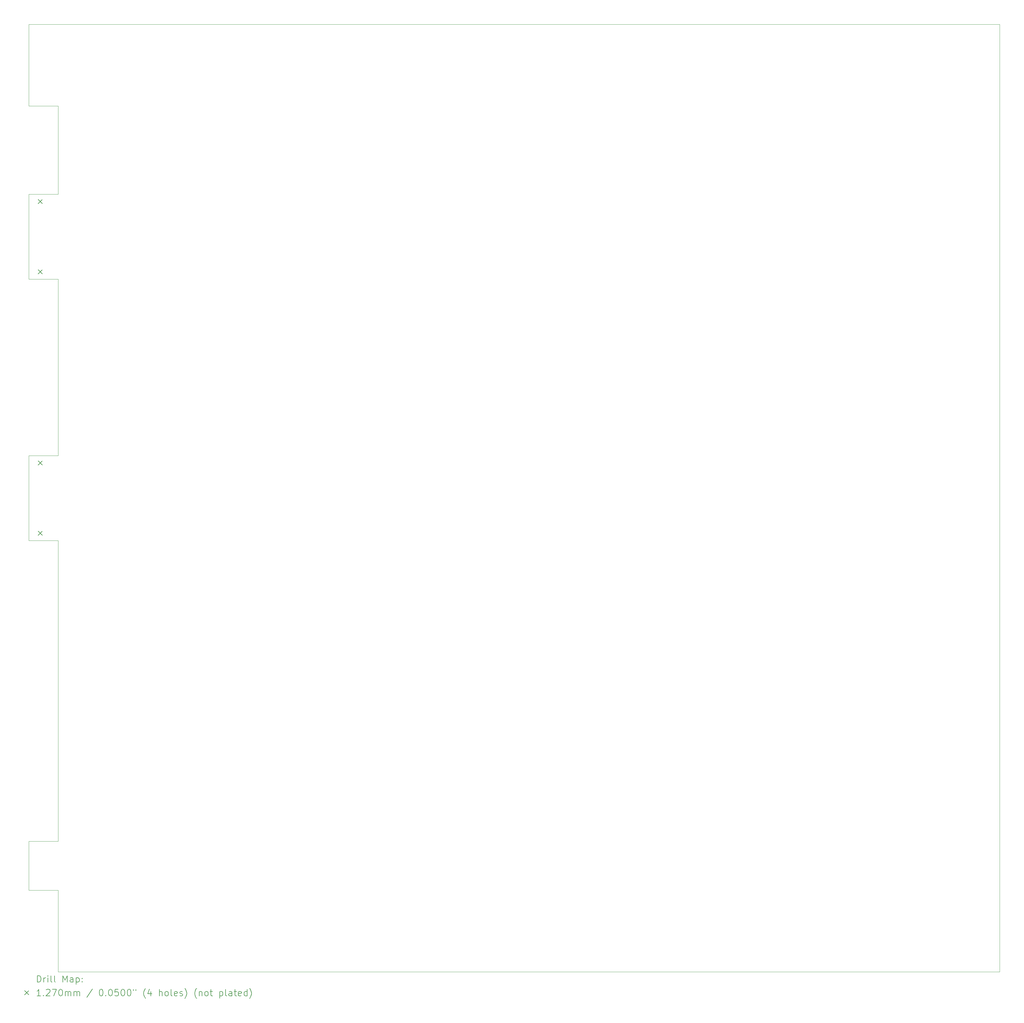
<source format=gbr>
%TF.GenerationSoftware,KiCad,Pcbnew,8.0.2-1*%
%TF.CreationDate,2025-03-11T19:07:21-04:00*%
%TF.ProjectId,OddLayers_1.3mm_SiPM,4f64644c-6179-4657-9273-5f312e336d6d,rev?*%
%TF.SameCoordinates,Original*%
%TF.FileFunction,Drillmap*%
%TF.FilePolarity,Positive*%
%FSLAX45Y45*%
G04 Gerber Fmt 4.5, Leading zero omitted, Abs format (unit mm)*
G04 Created by KiCad (PCBNEW 8.0.2-1) date 2025-03-11 19:07:21*
%MOMM*%
%LPD*%
G01*
G04 APERTURE LIST*
%ADD10C,0.050000*%
%ADD11C,0.200000*%
%ADD12C,0.127000*%
G04 APERTURE END LIST*
D10*
X6400000Y-11300000D02*
X5500000Y-11300000D01*
X5500000Y-8700000D02*
X5500000Y-11300000D01*
X5500000Y-28500000D02*
X6400000Y-28500000D01*
X6400000Y-32500000D02*
X6400000Y-30000000D01*
X6400000Y-28500000D02*
X6400000Y-19300000D01*
X5500000Y-30000000D02*
X5500000Y-28500000D01*
X6400000Y-8700000D02*
X6400000Y-6000000D01*
X5500000Y-16700000D02*
X6400000Y-16700000D01*
X5500000Y-6000000D02*
X6400000Y-6000000D01*
X5500000Y-3500000D02*
X35200000Y-3500000D01*
X5500000Y-19300000D02*
X5500000Y-16700000D01*
X6400000Y-19300000D02*
X5500000Y-19300000D01*
X5500000Y-8700000D02*
X6400000Y-8700000D01*
X5500000Y-3500000D02*
X5500000Y-6000000D01*
X35200000Y-3500000D02*
X35200000Y-32500000D01*
X6400000Y-16700000D02*
X6400000Y-11300000D01*
X35200000Y-32500000D02*
X6400000Y-32500000D01*
X6400000Y-30000000D02*
X5500000Y-30000000D01*
D11*
D12*
X5786500Y-8862000D02*
X5913500Y-8989000D01*
X5913500Y-8862000D02*
X5786500Y-8989000D01*
X5786500Y-11011000D02*
X5913500Y-11138000D01*
X5913500Y-11011000D02*
X5786500Y-11138000D01*
X5786500Y-16862000D02*
X5913500Y-16989000D01*
X5913500Y-16862000D02*
X5786500Y-16989000D01*
X5786500Y-19011000D02*
X5913500Y-19138000D01*
X5913500Y-19011000D02*
X5786500Y-19138000D01*
D11*
X5758277Y-32813984D02*
X5758277Y-32613984D01*
X5758277Y-32613984D02*
X5805896Y-32613984D01*
X5805896Y-32613984D02*
X5834467Y-32623508D01*
X5834467Y-32623508D02*
X5853515Y-32642555D01*
X5853515Y-32642555D02*
X5863039Y-32661603D01*
X5863039Y-32661603D02*
X5872562Y-32699698D01*
X5872562Y-32699698D02*
X5872562Y-32728269D01*
X5872562Y-32728269D02*
X5863039Y-32766365D01*
X5863039Y-32766365D02*
X5853515Y-32785412D01*
X5853515Y-32785412D02*
X5834467Y-32804460D01*
X5834467Y-32804460D02*
X5805896Y-32813984D01*
X5805896Y-32813984D02*
X5758277Y-32813984D01*
X5958277Y-32813984D02*
X5958277Y-32680650D01*
X5958277Y-32718746D02*
X5967801Y-32699698D01*
X5967801Y-32699698D02*
X5977324Y-32690174D01*
X5977324Y-32690174D02*
X5996372Y-32680650D01*
X5996372Y-32680650D02*
X6015420Y-32680650D01*
X6082086Y-32813984D02*
X6082086Y-32680650D01*
X6082086Y-32613984D02*
X6072562Y-32623508D01*
X6072562Y-32623508D02*
X6082086Y-32633031D01*
X6082086Y-32633031D02*
X6091610Y-32623508D01*
X6091610Y-32623508D02*
X6082086Y-32613984D01*
X6082086Y-32613984D02*
X6082086Y-32633031D01*
X6205896Y-32813984D02*
X6186848Y-32804460D01*
X6186848Y-32804460D02*
X6177324Y-32785412D01*
X6177324Y-32785412D02*
X6177324Y-32613984D01*
X6310658Y-32813984D02*
X6291610Y-32804460D01*
X6291610Y-32804460D02*
X6282086Y-32785412D01*
X6282086Y-32785412D02*
X6282086Y-32613984D01*
X6539229Y-32813984D02*
X6539229Y-32613984D01*
X6539229Y-32613984D02*
X6605896Y-32756841D01*
X6605896Y-32756841D02*
X6672562Y-32613984D01*
X6672562Y-32613984D02*
X6672562Y-32813984D01*
X6853515Y-32813984D02*
X6853515Y-32709222D01*
X6853515Y-32709222D02*
X6843991Y-32690174D01*
X6843991Y-32690174D02*
X6824943Y-32680650D01*
X6824943Y-32680650D02*
X6786848Y-32680650D01*
X6786848Y-32680650D02*
X6767801Y-32690174D01*
X6853515Y-32804460D02*
X6834467Y-32813984D01*
X6834467Y-32813984D02*
X6786848Y-32813984D01*
X6786848Y-32813984D02*
X6767801Y-32804460D01*
X6767801Y-32804460D02*
X6758277Y-32785412D01*
X6758277Y-32785412D02*
X6758277Y-32766365D01*
X6758277Y-32766365D02*
X6767801Y-32747317D01*
X6767801Y-32747317D02*
X6786848Y-32737793D01*
X6786848Y-32737793D02*
X6834467Y-32737793D01*
X6834467Y-32737793D02*
X6853515Y-32728269D01*
X6948753Y-32680650D02*
X6948753Y-32880650D01*
X6948753Y-32690174D02*
X6967801Y-32680650D01*
X6967801Y-32680650D02*
X7005896Y-32680650D01*
X7005896Y-32680650D02*
X7024943Y-32690174D01*
X7024943Y-32690174D02*
X7034467Y-32699698D01*
X7034467Y-32699698D02*
X7043991Y-32718746D01*
X7043991Y-32718746D02*
X7043991Y-32775888D01*
X7043991Y-32775888D02*
X7034467Y-32794936D01*
X7034467Y-32794936D02*
X7024943Y-32804460D01*
X7024943Y-32804460D02*
X7005896Y-32813984D01*
X7005896Y-32813984D02*
X6967801Y-32813984D01*
X6967801Y-32813984D02*
X6948753Y-32804460D01*
X7129705Y-32794936D02*
X7139229Y-32804460D01*
X7139229Y-32804460D02*
X7129705Y-32813984D01*
X7129705Y-32813984D02*
X7120182Y-32804460D01*
X7120182Y-32804460D02*
X7129705Y-32794936D01*
X7129705Y-32794936D02*
X7129705Y-32813984D01*
X7129705Y-32690174D02*
X7139229Y-32699698D01*
X7139229Y-32699698D02*
X7129705Y-32709222D01*
X7129705Y-32709222D02*
X7120182Y-32699698D01*
X7120182Y-32699698D02*
X7129705Y-32690174D01*
X7129705Y-32690174D02*
X7129705Y-32709222D01*
D12*
X5370500Y-33079000D02*
X5497500Y-33206000D01*
X5497500Y-33079000D02*
X5370500Y-33206000D01*
D11*
X5863039Y-33233984D02*
X5748753Y-33233984D01*
X5805896Y-33233984D02*
X5805896Y-33033984D01*
X5805896Y-33033984D02*
X5786848Y-33062555D01*
X5786848Y-33062555D02*
X5767801Y-33081603D01*
X5767801Y-33081603D02*
X5748753Y-33091127D01*
X5948753Y-33214936D02*
X5958277Y-33224460D01*
X5958277Y-33224460D02*
X5948753Y-33233984D01*
X5948753Y-33233984D02*
X5939229Y-33224460D01*
X5939229Y-33224460D02*
X5948753Y-33214936D01*
X5948753Y-33214936D02*
X5948753Y-33233984D01*
X6034467Y-33053031D02*
X6043991Y-33043508D01*
X6043991Y-33043508D02*
X6063039Y-33033984D01*
X6063039Y-33033984D02*
X6110658Y-33033984D01*
X6110658Y-33033984D02*
X6129705Y-33043508D01*
X6129705Y-33043508D02*
X6139229Y-33053031D01*
X6139229Y-33053031D02*
X6148753Y-33072079D01*
X6148753Y-33072079D02*
X6148753Y-33091127D01*
X6148753Y-33091127D02*
X6139229Y-33119698D01*
X6139229Y-33119698D02*
X6024943Y-33233984D01*
X6024943Y-33233984D02*
X6148753Y-33233984D01*
X6215420Y-33033984D02*
X6348753Y-33033984D01*
X6348753Y-33033984D02*
X6263039Y-33233984D01*
X6463039Y-33033984D02*
X6482086Y-33033984D01*
X6482086Y-33033984D02*
X6501134Y-33043508D01*
X6501134Y-33043508D02*
X6510658Y-33053031D01*
X6510658Y-33053031D02*
X6520182Y-33072079D01*
X6520182Y-33072079D02*
X6529705Y-33110174D01*
X6529705Y-33110174D02*
X6529705Y-33157793D01*
X6529705Y-33157793D02*
X6520182Y-33195888D01*
X6520182Y-33195888D02*
X6510658Y-33214936D01*
X6510658Y-33214936D02*
X6501134Y-33224460D01*
X6501134Y-33224460D02*
X6482086Y-33233984D01*
X6482086Y-33233984D02*
X6463039Y-33233984D01*
X6463039Y-33233984D02*
X6443991Y-33224460D01*
X6443991Y-33224460D02*
X6434467Y-33214936D01*
X6434467Y-33214936D02*
X6424943Y-33195888D01*
X6424943Y-33195888D02*
X6415420Y-33157793D01*
X6415420Y-33157793D02*
X6415420Y-33110174D01*
X6415420Y-33110174D02*
X6424943Y-33072079D01*
X6424943Y-33072079D02*
X6434467Y-33053031D01*
X6434467Y-33053031D02*
X6443991Y-33043508D01*
X6443991Y-33043508D02*
X6463039Y-33033984D01*
X6615420Y-33233984D02*
X6615420Y-33100650D01*
X6615420Y-33119698D02*
X6624943Y-33110174D01*
X6624943Y-33110174D02*
X6643991Y-33100650D01*
X6643991Y-33100650D02*
X6672563Y-33100650D01*
X6672563Y-33100650D02*
X6691610Y-33110174D01*
X6691610Y-33110174D02*
X6701134Y-33129222D01*
X6701134Y-33129222D02*
X6701134Y-33233984D01*
X6701134Y-33129222D02*
X6710658Y-33110174D01*
X6710658Y-33110174D02*
X6729705Y-33100650D01*
X6729705Y-33100650D02*
X6758277Y-33100650D01*
X6758277Y-33100650D02*
X6777324Y-33110174D01*
X6777324Y-33110174D02*
X6786848Y-33129222D01*
X6786848Y-33129222D02*
X6786848Y-33233984D01*
X6882086Y-33233984D02*
X6882086Y-33100650D01*
X6882086Y-33119698D02*
X6891610Y-33110174D01*
X6891610Y-33110174D02*
X6910658Y-33100650D01*
X6910658Y-33100650D02*
X6939229Y-33100650D01*
X6939229Y-33100650D02*
X6958277Y-33110174D01*
X6958277Y-33110174D02*
X6967801Y-33129222D01*
X6967801Y-33129222D02*
X6967801Y-33233984D01*
X6967801Y-33129222D02*
X6977324Y-33110174D01*
X6977324Y-33110174D02*
X6996372Y-33100650D01*
X6996372Y-33100650D02*
X7024943Y-33100650D01*
X7024943Y-33100650D02*
X7043991Y-33110174D01*
X7043991Y-33110174D02*
X7053515Y-33129222D01*
X7053515Y-33129222D02*
X7053515Y-33233984D01*
X7443991Y-33024460D02*
X7272563Y-33281603D01*
X7701134Y-33033984D02*
X7720182Y-33033984D01*
X7720182Y-33033984D02*
X7739229Y-33043508D01*
X7739229Y-33043508D02*
X7748753Y-33053031D01*
X7748753Y-33053031D02*
X7758277Y-33072079D01*
X7758277Y-33072079D02*
X7767801Y-33110174D01*
X7767801Y-33110174D02*
X7767801Y-33157793D01*
X7767801Y-33157793D02*
X7758277Y-33195888D01*
X7758277Y-33195888D02*
X7748753Y-33214936D01*
X7748753Y-33214936D02*
X7739229Y-33224460D01*
X7739229Y-33224460D02*
X7720182Y-33233984D01*
X7720182Y-33233984D02*
X7701134Y-33233984D01*
X7701134Y-33233984D02*
X7682086Y-33224460D01*
X7682086Y-33224460D02*
X7672563Y-33214936D01*
X7672563Y-33214936D02*
X7663039Y-33195888D01*
X7663039Y-33195888D02*
X7653515Y-33157793D01*
X7653515Y-33157793D02*
X7653515Y-33110174D01*
X7653515Y-33110174D02*
X7663039Y-33072079D01*
X7663039Y-33072079D02*
X7672563Y-33053031D01*
X7672563Y-33053031D02*
X7682086Y-33043508D01*
X7682086Y-33043508D02*
X7701134Y-33033984D01*
X7853515Y-33214936D02*
X7863039Y-33224460D01*
X7863039Y-33224460D02*
X7853515Y-33233984D01*
X7853515Y-33233984D02*
X7843991Y-33224460D01*
X7843991Y-33224460D02*
X7853515Y-33214936D01*
X7853515Y-33214936D02*
X7853515Y-33233984D01*
X7986848Y-33033984D02*
X8005896Y-33033984D01*
X8005896Y-33033984D02*
X8024944Y-33043508D01*
X8024944Y-33043508D02*
X8034467Y-33053031D01*
X8034467Y-33053031D02*
X8043991Y-33072079D01*
X8043991Y-33072079D02*
X8053515Y-33110174D01*
X8053515Y-33110174D02*
X8053515Y-33157793D01*
X8053515Y-33157793D02*
X8043991Y-33195888D01*
X8043991Y-33195888D02*
X8034467Y-33214936D01*
X8034467Y-33214936D02*
X8024944Y-33224460D01*
X8024944Y-33224460D02*
X8005896Y-33233984D01*
X8005896Y-33233984D02*
X7986848Y-33233984D01*
X7986848Y-33233984D02*
X7967801Y-33224460D01*
X7967801Y-33224460D02*
X7958277Y-33214936D01*
X7958277Y-33214936D02*
X7948753Y-33195888D01*
X7948753Y-33195888D02*
X7939229Y-33157793D01*
X7939229Y-33157793D02*
X7939229Y-33110174D01*
X7939229Y-33110174D02*
X7948753Y-33072079D01*
X7948753Y-33072079D02*
X7958277Y-33053031D01*
X7958277Y-33053031D02*
X7967801Y-33043508D01*
X7967801Y-33043508D02*
X7986848Y-33033984D01*
X8234467Y-33033984D02*
X8139229Y-33033984D01*
X8139229Y-33033984D02*
X8129706Y-33129222D01*
X8129706Y-33129222D02*
X8139229Y-33119698D01*
X8139229Y-33119698D02*
X8158277Y-33110174D01*
X8158277Y-33110174D02*
X8205896Y-33110174D01*
X8205896Y-33110174D02*
X8224944Y-33119698D01*
X8224944Y-33119698D02*
X8234467Y-33129222D01*
X8234467Y-33129222D02*
X8243991Y-33148269D01*
X8243991Y-33148269D02*
X8243991Y-33195888D01*
X8243991Y-33195888D02*
X8234467Y-33214936D01*
X8234467Y-33214936D02*
X8224944Y-33224460D01*
X8224944Y-33224460D02*
X8205896Y-33233984D01*
X8205896Y-33233984D02*
X8158277Y-33233984D01*
X8158277Y-33233984D02*
X8139229Y-33224460D01*
X8139229Y-33224460D02*
X8129706Y-33214936D01*
X8367801Y-33033984D02*
X8386848Y-33033984D01*
X8386848Y-33033984D02*
X8405896Y-33043508D01*
X8405896Y-33043508D02*
X8415420Y-33053031D01*
X8415420Y-33053031D02*
X8424944Y-33072079D01*
X8424944Y-33072079D02*
X8434468Y-33110174D01*
X8434468Y-33110174D02*
X8434468Y-33157793D01*
X8434468Y-33157793D02*
X8424944Y-33195888D01*
X8424944Y-33195888D02*
X8415420Y-33214936D01*
X8415420Y-33214936D02*
X8405896Y-33224460D01*
X8405896Y-33224460D02*
X8386848Y-33233984D01*
X8386848Y-33233984D02*
X8367801Y-33233984D01*
X8367801Y-33233984D02*
X8348753Y-33224460D01*
X8348753Y-33224460D02*
X8339229Y-33214936D01*
X8339229Y-33214936D02*
X8329706Y-33195888D01*
X8329706Y-33195888D02*
X8320182Y-33157793D01*
X8320182Y-33157793D02*
X8320182Y-33110174D01*
X8320182Y-33110174D02*
X8329706Y-33072079D01*
X8329706Y-33072079D02*
X8339229Y-33053031D01*
X8339229Y-33053031D02*
X8348753Y-33043508D01*
X8348753Y-33043508D02*
X8367801Y-33033984D01*
X8558277Y-33033984D02*
X8577325Y-33033984D01*
X8577325Y-33033984D02*
X8596372Y-33043508D01*
X8596372Y-33043508D02*
X8605896Y-33053031D01*
X8605896Y-33053031D02*
X8615420Y-33072079D01*
X8615420Y-33072079D02*
X8624944Y-33110174D01*
X8624944Y-33110174D02*
X8624944Y-33157793D01*
X8624944Y-33157793D02*
X8615420Y-33195888D01*
X8615420Y-33195888D02*
X8605896Y-33214936D01*
X8605896Y-33214936D02*
X8596372Y-33224460D01*
X8596372Y-33224460D02*
X8577325Y-33233984D01*
X8577325Y-33233984D02*
X8558277Y-33233984D01*
X8558277Y-33233984D02*
X8539229Y-33224460D01*
X8539229Y-33224460D02*
X8529706Y-33214936D01*
X8529706Y-33214936D02*
X8520182Y-33195888D01*
X8520182Y-33195888D02*
X8510658Y-33157793D01*
X8510658Y-33157793D02*
X8510658Y-33110174D01*
X8510658Y-33110174D02*
X8520182Y-33072079D01*
X8520182Y-33072079D02*
X8529706Y-33053031D01*
X8529706Y-33053031D02*
X8539229Y-33043508D01*
X8539229Y-33043508D02*
X8558277Y-33033984D01*
X8701134Y-33033984D02*
X8701134Y-33072079D01*
X8777325Y-33033984D02*
X8777325Y-33072079D01*
X9072563Y-33310174D02*
X9063039Y-33300650D01*
X9063039Y-33300650D02*
X9043991Y-33272079D01*
X9043991Y-33272079D02*
X9034468Y-33253031D01*
X9034468Y-33253031D02*
X9024944Y-33224460D01*
X9024944Y-33224460D02*
X9015420Y-33176841D01*
X9015420Y-33176841D02*
X9015420Y-33138746D01*
X9015420Y-33138746D02*
X9024944Y-33091127D01*
X9024944Y-33091127D02*
X9034468Y-33062555D01*
X9034468Y-33062555D02*
X9043991Y-33043508D01*
X9043991Y-33043508D02*
X9063039Y-33014936D01*
X9063039Y-33014936D02*
X9072563Y-33005412D01*
X9234468Y-33100650D02*
X9234468Y-33233984D01*
X9186849Y-33024460D02*
X9139230Y-33167317D01*
X9139230Y-33167317D02*
X9263039Y-33167317D01*
X9491611Y-33233984D02*
X9491611Y-33033984D01*
X9577325Y-33233984D02*
X9577325Y-33129222D01*
X9577325Y-33129222D02*
X9567801Y-33110174D01*
X9567801Y-33110174D02*
X9548753Y-33100650D01*
X9548753Y-33100650D02*
X9520182Y-33100650D01*
X9520182Y-33100650D02*
X9501134Y-33110174D01*
X9501134Y-33110174D02*
X9491611Y-33119698D01*
X9701134Y-33233984D02*
X9682087Y-33224460D01*
X9682087Y-33224460D02*
X9672563Y-33214936D01*
X9672563Y-33214936D02*
X9663039Y-33195888D01*
X9663039Y-33195888D02*
X9663039Y-33138746D01*
X9663039Y-33138746D02*
X9672563Y-33119698D01*
X9672563Y-33119698D02*
X9682087Y-33110174D01*
X9682087Y-33110174D02*
X9701134Y-33100650D01*
X9701134Y-33100650D02*
X9729706Y-33100650D01*
X9729706Y-33100650D02*
X9748753Y-33110174D01*
X9748753Y-33110174D02*
X9758277Y-33119698D01*
X9758277Y-33119698D02*
X9767801Y-33138746D01*
X9767801Y-33138746D02*
X9767801Y-33195888D01*
X9767801Y-33195888D02*
X9758277Y-33214936D01*
X9758277Y-33214936D02*
X9748753Y-33224460D01*
X9748753Y-33224460D02*
X9729706Y-33233984D01*
X9729706Y-33233984D02*
X9701134Y-33233984D01*
X9882087Y-33233984D02*
X9863039Y-33224460D01*
X9863039Y-33224460D02*
X9853515Y-33205412D01*
X9853515Y-33205412D02*
X9853515Y-33033984D01*
X10034468Y-33224460D02*
X10015420Y-33233984D01*
X10015420Y-33233984D02*
X9977325Y-33233984D01*
X9977325Y-33233984D02*
X9958277Y-33224460D01*
X9958277Y-33224460D02*
X9948753Y-33205412D01*
X9948753Y-33205412D02*
X9948753Y-33129222D01*
X9948753Y-33129222D02*
X9958277Y-33110174D01*
X9958277Y-33110174D02*
X9977325Y-33100650D01*
X9977325Y-33100650D02*
X10015420Y-33100650D01*
X10015420Y-33100650D02*
X10034468Y-33110174D01*
X10034468Y-33110174D02*
X10043992Y-33129222D01*
X10043992Y-33129222D02*
X10043992Y-33148269D01*
X10043992Y-33148269D02*
X9948753Y-33167317D01*
X10120182Y-33224460D02*
X10139230Y-33233984D01*
X10139230Y-33233984D02*
X10177325Y-33233984D01*
X10177325Y-33233984D02*
X10196373Y-33224460D01*
X10196373Y-33224460D02*
X10205896Y-33205412D01*
X10205896Y-33205412D02*
X10205896Y-33195888D01*
X10205896Y-33195888D02*
X10196373Y-33176841D01*
X10196373Y-33176841D02*
X10177325Y-33167317D01*
X10177325Y-33167317D02*
X10148753Y-33167317D01*
X10148753Y-33167317D02*
X10129706Y-33157793D01*
X10129706Y-33157793D02*
X10120182Y-33138746D01*
X10120182Y-33138746D02*
X10120182Y-33129222D01*
X10120182Y-33129222D02*
X10129706Y-33110174D01*
X10129706Y-33110174D02*
X10148753Y-33100650D01*
X10148753Y-33100650D02*
X10177325Y-33100650D01*
X10177325Y-33100650D02*
X10196373Y-33110174D01*
X10272563Y-33310174D02*
X10282087Y-33300650D01*
X10282087Y-33300650D02*
X10301134Y-33272079D01*
X10301134Y-33272079D02*
X10310658Y-33253031D01*
X10310658Y-33253031D02*
X10320182Y-33224460D01*
X10320182Y-33224460D02*
X10329706Y-33176841D01*
X10329706Y-33176841D02*
X10329706Y-33138746D01*
X10329706Y-33138746D02*
X10320182Y-33091127D01*
X10320182Y-33091127D02*
X10310658Y-33062555D01*
X10310658Y-33062555D02*
X10301134Y-33043508D01*
X10301134Y-33043508D02*
X10282087Y-33014936D01*
X10282087Y-33014936D02*
X10272563Y-33005412D01*
X10634468Y-33310174D02*
X10624944Y-33300650D01*
X10624944Y-33300650D02*
X10605896Y-33272079D01*
X10605896Y-33272079D02*
X10596373Y-33253031D01*
X10596373Y-33253031D02*
X10586849Y-33224460D01*
X10586849Y-33224460D02*
X10577325Y-33176841D01*
X10577325Y-33176841D02*
X10577325Y-33138746D01*
X10577325Y-33138746D02*
X10586849Y-33091127D01*
X10586849Y-33091127D02*
X10596373Y-33062555D01*
X10596373Y-33062555D02*
X10605896Y-33043508D01*
X10605896Y-33043508D02*
X10624944Y-33014936D01*
X10624944Y-33014936D02*
X10634468Y-33005412D01*
X10710658Y-33100650D02*
X10710658Y-33233984D01*
X10710658Y-33119698D02*
X10720182Y-33110174D01*
X10720182Y-33110174D02*
X10739230Y-33100650D01*
X10739230Y-33100650D02*
X10767801Y-33100650D01*
X10767801Y-33100650D02*
X10786849Y-33110174D01*
X10786849Y-33110174D02*
X10796373Y-33129222D01*
X10796373Y-33129222D02*
X10796373Y-33233984D01*
X10920182Y-33233984D02*
X10901134Y-33224460D01*
X10901134Y-33224460D02*
X10891611Y-33214936D01*
X10891611Y-33214936D02*
X10882087Y-33195888D01*
X10882087Y-33195888D02*
X10882087Y-33138746D01*
X10882087Y-33138746D02*
X10891611Y-33119698D01*
X10891611Y-33119698D02*
X10901134Y-33110174D01*
X10901134Y-33110174D02*
X10920182Y-33100650D01*
X10920182Y-33100650D02*
X10948754Y-33100650D01*
X10948754Y-33100650D02*
X10967801Y-33110174D01*
X10967801Y-33110174D02*
X10977325Y-33119698D01*
X10977325Y-33119698D02*
X10986849Y-33138746D01*
X10986849Y-33138746D02*
X10986849Y-33195888D01*
X10986849Y-33195888D02*
X10977325Y-33214936D01*
X10977325Y-33214936D02*
X10967801Y-33224460D01*
X10967801Y-33224460D02*
X10948754Y-33233984D01*
X10948754Y-33233984D02*
X10920182Y-33233984D01*
X11043992Y-33100650D02*
X11120182Y-33100650D01*
X11072563Y-33033984D02*
X11072563Y-33205412D01*
X11072563Y-33205412D02*
X11082087Y-33224460D01*
X11082087Y-33224460D02*
X11101134Y-33233984D01*
X11101134Y-33233984D02*
X11120182Y-33233984D01*
X11339230Y-33100650D02*
X11339230Y-33300650D01*
X11339230Y-33110174D02*
X11358277Y-33100650D01*
X11358277Y-33100650D02*
X11396373Y-33100650D01*
X11396373Y-33100650D02*
X11415420Y-33110174D01*
X11415420Y-33110174D02*
X11424944Y-33119698D01*
X11424944Y-33119698D02*
X11434468Y-33138746D01*
X11434468Y-33138746D02*
X11434468Y-33195888D01*
X11434468Y-33195888D02*
X11424944Y-33214936D01*
X11424944Y-33214936D02*
X11415420Y-33224460D01*
X11415420Y-33224460D02*
X11396373Y-33233984D01*
X11396373Y-33233984D02*
X11358277Y-33233984D01*
X11358277Y-33233984D02*
X11339230Y-33224460D01*
X11548753Y-33233984D02*
X11529706Y-33224460D01*
X11529706Y-33224460D02*
X11520182Y-33205412D01*
X11520182Y-33205412D02*
X11520182Y-33033984D01*
X11710658Y-33233984D02*
X11710658Y-33129222D01*
X11710658Y-33129222D02*
X11701134Y-33110174D01*
X11701134Y-33110174D02*
X11682087Y-33100650D01*
X11682087Y-33100650D02*
X11643992Y-33100650D01*
X11643992Y-33100650D02*
X11624944Y-33110174D01*
X11710658Y-33224460D02*
X11691611Y-33233984D01*
X11691611Y-33233984D02*
X11643992Y-33233984D01*
X11643992Y-33233984D02*
X11624944Y-33224460D01*
X11624944Y-33224460D02*
X11615420Y-33205412D01*
X11615420Y-33205412D02*
X11615420Y-33186365D01*
X11615420Y-33186365D02*
X11624944Y-33167317D01*
X11624944Y-33167317D02*
X11643992Y-33157793D01*
X11643992Y-33157793D02*
X11691611Y-33157793D01*
X11691611Y-33157793D02*
X11710658Y-33148269D01*
X11777325Y-33100650D02*
X11853515Y-33100650D01*
X11805896Y-33033984D02*
X11805896Y-33205412D01*
X11805896Y-33205412D02*
X11815420Y-33224460D01*
X11815420Y-33224460D02*
X11834468Y-33233984D01*
X11834468Y-33233984D02*
X11853515Y-33233984D01*
X11996373Y-33224460D02*
X11977325Y-33233984D01*
X11977325Y-33233984D02*
X11939230Y-33233984D01*
X11939230Y-33233984D02*
X11920182Y-33224460D01*
X11920182Y-33224460D02*
X11910658Y-33205412D01*
X11910658Y-33205412D02*
X11910658Y-33129222D01*
X11910658Y-33129222D02*
X11920182Y-33110174D01*
X11920182Y-33110174D02*
X11939230Y-33100650D01*
X11939230Y-33100650D02*
X11977325Y-33100650D01*
X11977325Y-33100650D02*
X11996373Y-33110174D01*
X11996373Y-33110174D02*
X12005896Y-33129222D01*
X12005896Y-33129222D02*
X12005896Y-33148269D01*
X12005896Y-33148269D02*
X11910658Y-33167317D01*
X12177325Y-33233984D02*
X12177325Y-33033984D01*
X12177325Y-33224460D02*
X12158277Y-33233984D01*
X12158277Y-33233984D02*
X12120182Y-33233984D01*
X12120182Y-33233984D02*
X12101134Y-33224460D01*
X12101134Y-33224460D02*
X12091611Y-33214936D01*
X12091611Y-33214936D02*
X12082087Y-33195888D01*
X12082087Y-33195888D02*
X12082087Y-33138746D01*
X12082087Y-33138746D02*
X12091611Y-33119698D01*
X12091611Y-33119698D02*
X12101134Y-33110174D01*
X12101134Y-33110174D02*
X12120182Y-33100650D01*
X12120182Y-33100650D02*
X12158277Y-33100650D01*
X12158277Y-33100650D02*
X12177325Y-33110174D01*
X12253515Y-33310174D02*
X12263039Y-33300650D01*
X12263039Y-33300650D02*
X12282087Y-33272079D01*
X12282087Y-33272079D02*
X12291611Y-33253031D01*
X12291611Y-33253031D02*
X12301134Y-33224460D01*
X12301134Y-33224460D02*
X12310658Y-33176841D01*
X12310658Y-33176841D02*
X12310658Y-33138746D01*
X12310658Y-33138746D02*
X12301134Y-33091127D01*
X12301134Y-33091127D02*
X12291611Y-33062555D01*
X12291611Y-33062555D02*
X12282087Y-33043508D01*
X12282087Y-33043508D02*
X12263039Y-33014936D01*
X12263039Y-33014936D02*
X12253515Y-33005412D01*
M02*

</source>
